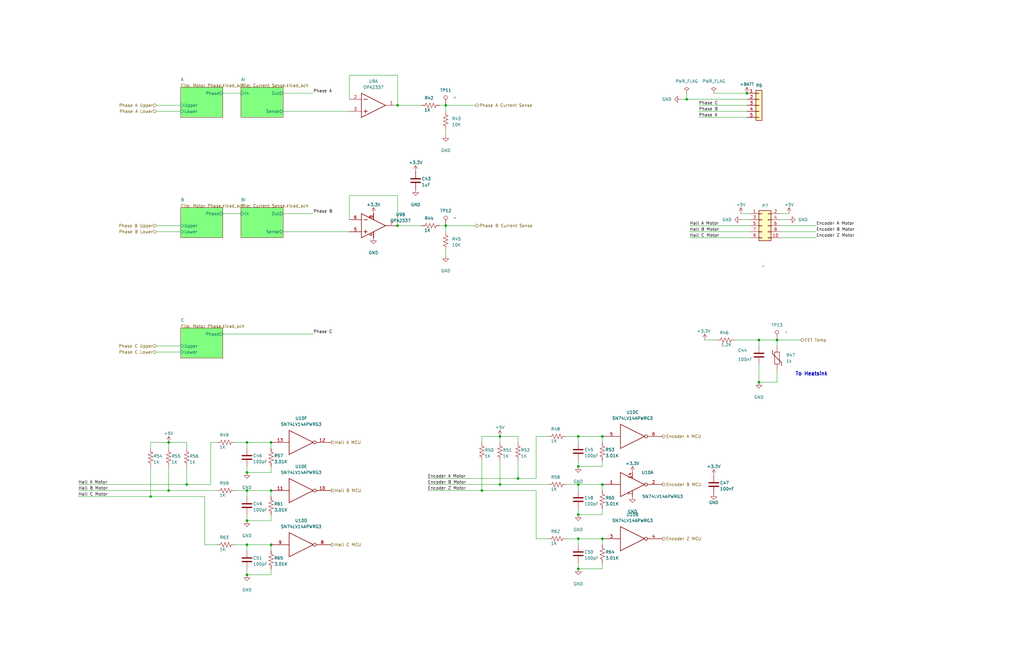
<source format=kicad_sch>
(kicad_sch (version 20231120) (generator "eeschema") (generator_version "8.0")
  (paper "B")
  (title_block (title "Advanced Motor Controller") (company "Electro Synthetics"))
  (lib_symbols
    (symbol "Connector:TestPoint" (pin_numbers hide) (pin_names (offset 0.762) hide)
      (property "Reference" "TP" (at 0 6.858 0))
      (property "Value" "TestPoint" (at 0 5.08 0))
      (symbol "TestPoint_0_1"
        (circle (center 0 3.302) (radius 0.762))
      )
      (symbol "TestPoint_1_1"
        (pin passive line (at 0 0 90) (length 2.54) (name "1") (number "1"))
      )
    )
    (symbol "Connector_Generic:Conn_01x05" (pin_names (offset 1.016) hide)
      (property "Reference" "J" (at 0 7.62 0))
      (property "Value" "Conn_01x05" (at 0 -7.62 0))
      (symbol "Conn_01x05_1_1"
        (rectangle (start -1.27 -4.953) (end 0 -5.207) (stroke (width 0.1524)))
        (rectangle (start -1.27 -2.413) (end 0 -2.667) (stroke (width 0.1524)))
        (rectangle (start -1.27 0.127) (end 0 -0.127) (stroke (width 0.1524)))
        (rectangle (start -1.27 2.667) (end 0 2.413) (stroke (width 0.1524)))
        (rectangle (start -1.27 5.207) (end 0 4.953) (stroke (width 0.1524)))
        (rectangle (start -1.27 6.35) (end 1.27 -6.35) (stroke (width 0.254)) (fill (type background)))
        (pin passive line (at -5.08 5.08 0) (length 3.81) (name "Pin_1") (number "1"))
        (pin passive line (at -5.08 2.54 0) (length 3.81) (name "Pin_2") (number "2"))
        (pin passive line (at -5.08 0 0) (length 3.81) (name "Pin_3") (number "3"))
        (pin passive line (at -5.08 -2.54 0) (length 3.81) (name "Pin_4") (number "4"))
        (pin passive line (at -5.08 -5.08 0) (length 3.81) (name "Pin_5") (number "5"))
      )
    )
    (symbol "Connector_Generic:Conn_02x05_Odd_Even" (pin_names (offset 1.016) hide)
      (property "Reference" "J" (at 1.27 7.62 0))
      (property "Value" "Conn_02x05_Odd_Even" (at 1.27 -7.62 0))
      (symbol "Conn_02x05_Odd_Even_1_1"
        (rectangle (start -1.27 -4.953) (end 0 -5.207) (stroke (width 0.1524)))
        (rectangle (start -1.27 -2.413) (end 0 -2.667) (stroke (width 0.1524)))
        (rectangle (start -1.27 0.127) (end 0 -0.127) (stroke (width 0.1524)))
        (rectangle (start -1.27 2.667) (end 0 2.413) (stroke (width 0.1524)))
        (rectangle (start -1.27 5.207) (end 0 4.953) (stroke (width 0.1524)))
        (rectangle (start -1.27 6.35) (end 3.81 -6.35) (stroke (width 0.254)) (fill (type background)))
        (rectangle (start 3.81 -4.953) (end 2.54 -5.207) (stroke (width 0.1524)))
        (rectangle (start 3.81 -2.413) (end 2.54 -2.667) (stroke (width 0.1524)))
        (rectangle (start 3.81 0.127) (end 2.54 -0.127) (stroke (width 0.1524)))
        (rectangle (start 3.81 2.667) (end 2.54 2.413) (stroke (width 0.1524)))
        (rectangle (start 3.81 5.207) (end 2.54 4.953) (stroke (width 0.1524)))
        (pin passive line (at -5.08 5.08 0) (length 3.81) (name "Pin_1") (number "1"))
        (pin passive line (at 7.62 -5.08 180) (length 3.81) (name "Pin_10") (number "10"))
        (pin passive line (at 7.62 5.08 180) (length 3.81) (name "Pin_2") (number "2"))
        (pin passive line (at -5.08 2.54 0) (length 3.81) (name "Pin_3") (number "3"))
        (pin passive line (at 7.62 2.54 180) (length 3.81) (name "Pin_4") (number "4"))
        (pin passive line (at -5.08 0 0) (length 3.81) (name "Pin_5") (number "5"))
        (pin passive line (at 7.62 0 180) (length 3.81) (name "Pin_6") (number "6"))
        (pin passive line (at -5.08 -2.54 0) (length 3.81) (name "Pin_7") (number "7"))
        (pin passive line (at 7.62 -2.54 180) (length 3.81) (name "Pin_8") (number "8"))
        (pin passive line (at -5.08 -5.08 0) (length 3.81) (name "Pin_9") (number "9"))
      )
    )
    (symbol "Device:C" (pin_numbers hide) (pin_names (offset 0.254))
      (property "Reference" "C" (at 0.635 2.54 0))
      (property "Value" "C" (at 0.635 -2.54 0))
      (symbol "C_0_1"
        (polyline (pts (xy -2.032 -0.762) (xy 2.032 -0.762)) (stroke (width 0.508)))
        (polyline (pts (xy -2.032 0.762) (xy 2.032 0.762)) (stroke (width 0.508)))
      )
      (symbol "C_1_1"
        (pin passive line (at 0 3.81 270) (length 2.794) (name "~") (number "1"))
        (pin passive line (at 0 -3.81 90) (length 2.794) (name "~") (number "2"))
      )
    )
    (symbol "Device:R_US" (pin_numbers hide) (pin_names (offset 0))
      (property "Reference" "R" (at 2.54 0 90))
      (property "Value" "R_US" (at -2.54 0 90))
      (symbol "R_US_0_1"
        (polyline (pts (xy 0 -2.286) (xy 0 -2.54)))
        (polyline (pts (xy 0 2.286) (xy 0 2.54)))
        (polyline (pts (xy 0 -0.762) (xy 1.016 -1.143) (xy 0 -1.524) (xy -1.016 -1.905) (xy 0 -2.286)))
        (polyline (pts (xy 0 0.762) (xy 1.016 0.381) (xy 0 0) (xy -1.016 -0.381) (xy 0 -0.762)))
        (polyline (pts (xy 0 2.286) (xy 1.016 1.905) (xy 0 1.524) (xy -1.016 1.143) (xy 0 0.762)))
      )
      (symbol "R_US_1_1"
        (pin passive line (at 0 3.81 270) (length 1.27) (name "~") (number "1"))
        (pin passive line (at 0 -3.81 90) (length 1.27) (name "~") (number "2"))
      )
    )
    (symbol "Device:Thermistor" (pin_numbers hide) (pin_names (offset 0))
      (property "Reference" "TH" (at 2.54 1.27 90))
      (property "Value" "Thermistor" (at -2.54 0 90))
      (symbol "Thermistor_0_1"
        (rectangle (start -1.016 2.54) (end 1.016 -2.54) (stroke (width 0.2032)))
        (polyline (pts (xy -1.905 3.175) (xy -1.905 1.905) (xy 1.905 -1.905) (xy 1.905 -3.175) (xy 1.905 -3.175)) (stroke (width 0.254)))
      )
      (symbol "Thermistor_1_1"
        (pin passive line (at 0 5.08 270) (length 2.54) (name "~") (number "1"))
        (pin passive line (at 0 -5.08 90) (length 2.54) (name "~") (number "2"))
      )
    )
    (symbol "User_Misc:OPA2337"
      (property "Reference" "U" (at -0.254 0.254 0))
      (property "Value" "OPA2337" (at -0.254 -12.954 0))
      (symbol "OPA2337_1_0"
        (polyline (pts (xy 0 -10.16) (xy 10.16 -5.08)) (stroke (width 0.254)))
        (polyline (pts (xy 0 0) (xy 0 -10.16)) (stroke (width 0.254)))
        (polyline (pts (xy 0 0) (xy 10.16 -5.08)) (stroke (width 0.254)))
        (polyline (pts (xy 1.016 -7.62) (xy 2.54 -7.62)) (stroke (width 0.254)))
        (polyline (pts (xy 1.016 -2.54) (xy 2.54 -2.54)) (stroke (width 0.254)))
        (polyline (pts (xy 1.778 -6.858) (xy 1.778 -8.382)) (stroke (width 0.254)))
        (pin output line (at 15.24 -5.08 180) (length 5.08) (name "OUT_A") (number "1"))
        (pin input line (at -5.08 -2.54 0) (length 5.08) (name "IN_A-") (number "2"))
        (pin input line (at -5.08 -7.62 0) (length 5.08) (name "IN_A+") (number "3"))
      )
      (symbol "OPA2337_2_0"
        (polyline (pts (xy 0 -10.16) (xy 10.16 -5.08)) (stroke (width 0.254)))
        (polyline (pts (xy 0 0) (xy 0 -10.16)) (stroke (width 0.254)))
        (polyline (pts (xy 0 0) (xy 10.16 -5.08)) (stroke (width 0.254)))
        (polyline (pts (xy 1.016 -7.62) (xy 2.54 -7.62)) (stroke (width 0.254)))
        (polyline (pts (xy 1.016 -2.54) (xy 2.54 -2.54)) (stroke (width 0.254)))
        (polyline (pts (xy 1.778 -6.858) (xy 1.778 -8.382)) (stroke (width 0.254)))
        (polyline (pts (xy 5.08 -7.62) (xy 5.08 -10.16)) (stroke (width 0.254)))
        (polyline (pts (xy 5.08 0) (xy 5.08 -2.54)) (stroke (width 0.254)))
        (pin passive line (at 5.08 -10.16 90) (length 2.54) (name "4") (number "4"))
        (pin input line (at -5.08 -7.62 0) (length 5.08) (name "IN_B+") (number "5"))
        (pin input line (at -5.08 -2.54 0) (length 5.08) (name "IN_B-") (number "6"))
        (pin output line (at 15.24 -5.08 180) (length 5.08) (name "OUT_B") (number "7"))
        (pin passive line (at 5.08 0 270) (length 2.54) (name "8") (number "8"))
      )
    )
    (symbol "User_Misc:SN74LV14APWRG3"
      (property "Reference" "U" (at -0.254 0.254 0))
      (property "Value" "SN74LV14APWRG3" (at -0.254 -12.192 0))
      (symbol "SN74LV14APWRG3_1_0"
        (polyline (pts (xy 0 -10.16) (xy 0 0)) (stroke (width 0.254)))
        (polyline (pts (xy 0 0) (xy 10.16 -5.08)) (stroke (width 0.254)))
        (polyline (pts (xy 10.16 -5.08) (xy 0 -10.16)) (stroke (width 0.254)))
        (pin input line (at -7.62 -5.08 0) (length 7.62) (name "I") (number "1"))
        (pin passive line (at 5.08 0 270) (length 2.54) (name "VCC") (number "14"))
        (pin output inverted (at 17.78 -5.08 180) (length 7.62) (name "O") (number "2"))
        (pin passive line (at 5.08 -10.16 90) (length 2.54) (name "GND") (number "7"))
      )
      (symbol "SN74LV14APWRG3_2_0"
        (polyline (pts (xy 0 -10.16) (xy 0 0)) (stroke (width 0.254)))
        (polyline (pts (xy 0 0) (xy 10.16 -5.08)) (stroke (width 0.254)))
        (polyline (pts (xy 10.16 -5.08) (xy 0 -10.16)) (stroke (width 0.254)))
        (pin input line (at -7.62 -5.08 0) (length 7.62) (name "I") (number "3"))
        (pin output inverted (at 17.78 -5.08 180) (length 7.62) (name "O") (number "4"))
      )
      (symbol "SN74LV14APWRG3_3_0"
        (polyline (pts (xy 0 -10.16) (xy 0 0)) (stroke (width 0.254)))
        (polyline (pts (xy 0 0) (xy 10.16 -5.08)) (stroke (width 0.254)))
        (polyline (pts (xy 10.16 -5.08) (xy 0 -10.16)) (stroke (width 0.254)))
        (pin input line (at -7.62 -5.08 0) (length 7.62) (name "I") (number "5"))
        (pin output inverted (at 17.78 -5.08 180) (length 7.62) (name "O") (number "6"))
      )
      (symbol "SN74LV14APWRG3_4_0"
        (polyline (pts (xy 0 -10.16) (xy 0 0)) (stroke (width 0.254)))
        (polyline (pts (xy 0 0) (xy 10.16 -5.08)) (stroke (width 0.254)))
        (polyline (pts (xy 10.16 -5.08) (xy 0 -10.16)) (stroke (width 0.254)))
        (pin output inverted (at 17.78 -5.08 180) (length 7.62) (name "O") (number "8"))
        (pin input line (at -7.62 -5.08 0) (length 7.62) (name "I") (number "9"))
      )
      (symbol "SN74LV14APWRG3_5_0"
        (polyline (pts (xy 0 -10.16) (xy 0 0)) (stroke (width 0.254)))
        (polyline (pts (xy 0 0) (xy 10.16 -5.08)) (stroke (width 0.254)))
        (polyline (pts (xy 10.16 -5.08) (xy 0 -10.16)) (stroke (width 0.254)))
        (pin output inverted (at 17.78 -5.08 180) (length 7.62) (name "O") (number "10"))
        (pin input line (at -7.62 -5.08 0) (length 7.62) (name "I") (number "11"))
      )
      (symbol "SN74LV14APWRG3_6_0"
        (polyline (pts (xy 0 -10.16) (xy 0 0)) (stroke (width 0.254)))
        (polyline (pts (xy 0 0) (xy 10.16 -5.08)) (stroke (width 0.254)))
        (polyline (pts (xy 10.16 -5.08) (xy 0 -10.16)) (stroke (width 0.254)))
        (pin output inverted (at 17.78 -5.08 180) (length 7.62) (name "O") (number "12"))
        (pin input line (at -7.62 -5.08 0) (length 7.62) (name "I") (number "13"))
      )
    )
    (symbol "power:+3.3V" (power) (pin_names (offset 0))
      (property "Value" "+3.3V" (at 0 3.556 0))
      (symbol "+3.3V_0_1"
        (polyline (pts (xy -0.762 1.27) (xy 0 2.54)))
        (polyline (pts (xy 0 0) (xy 0 2.54)))
        (polyline (pts (xy 0 2.54) (xy 0.762 1.27)))
      )
      (symbol "+3.3V_1_1"
        (pin power_in line (at 0 0 90) (length 0) hide (name "+3.3V") (number "1"))
      )
    )
    (symbol "power:+5V" (power) (pin_names (offset 0))
      (property "Value" "+5V" (at 0 3.556 0))
      (symbol "+5V_0_1"
        (polyline (pts (xy -0.762 1.27) (xy 0 2.54)))
        (polyline (pts (xy 0 0) (xy 0 2.54)))
        (polyline (pts (xy 0 2.54) (xy 0.762 1.27)))
      )
      (symbol "+5V_1_1"
        (pin power_in line (at 0 0 90) (length 0) hide (name "+5V") (number "1"))
      )
    )
    (symbol "power:+BATT" (power) (pin_names (offset 0))
      (property "Value" "+BATT" (at 0 3.556 0))
      (symbol "+BATT_0_1"
        (polyline (pts (xy -0.762 1.27) (xy 0 2.54)))
        (polyline (pts (xy 0 0) (xy 0 2.54)))
        (polyline (pts (xy 0 2.54) (xy 0.762 1.27)))
      )
      (symbol "+BATT_1_1"
        (pin power_in line (at 0 0 90) (length 0) hide (name "+BATT") (number "1"))
      )
    )
    (symbol "power:GND" (power) (pin_names (offset 0))
      (property "Value" "GND" (at 0 -3.81 0))
      (symbol "GND_0_1"
        (polyline (pts (xy 0 0) (xy 0 -1.27) (xy 1.27 -1.27) (xy 0 -2.54) (xy -1.27 -1.27) (xy 0 -1.27)))
      )
      (symbol "GND_1_1"
        (pin power_in line (at 0 0 270) (length 0) hide (name "GND") (number "1"))
      )
    )
    (symbol "power:PWR_FLAG" (power) (pin_numbers hide) (pin_names (offset 0) hide)
      (property "Value" "PWR_FLAG" (at 0 3.81 0))
      (symbol "PWR_FLAG_0_0"
        (pin power_out line (at 0 0 90) (length 0) (name "pwr") (number "1"))
      )
      (symbol "PWR_FLAG_0_1"
        (polyline (pts (xy 0 0) (xy 0 1.27) (xy -1.016 1.905) (xy 0 2.54) (xy 1.016 1.905) (xy 0 1.27)))
      )
    )
  )
  (junction (at 243.84 240.03))
  (junction (at 78.74 204.47))
  (junction (at 104.14 229.87))
  (junction (at 203.2 207.01))
  (junction (at 289.56 41.91))
  (junction (at 243.84 196.85))
  (junction (at 114.3 229.87))
  (junction (at 218.44 201.93))
  (junction (at 63.5 209.55))
  (junction (at 114.3 207.01))
  (junction (at 210.82 204.47))
  (junction (at 254 227.33))
  (junction (at 167.64 95.25))
  (junction (at 243.84 204.47))
  (junction (at 114.3 186.69))
  (junction (at 104.14 207.01))
  (junction (at 320.04 143.51))
  (junction (at 71.12 186.69))
  (junction (at 104.14 199.39))
  (junction (at 187.96 44.45))
  (junction (at 167.64 44.45))
  (junction (at 314.96 39.37))
  (junction (at 243.84 227.33))
  (junction (at 243.84 217.17))
  (junction (at 327.66 143.51))
  (junction (at 254 184.15))
  (junction (at 104.14 186.69))
  (junction (at 104.14 242.57))
  (junction (at 254 204.47))
  (junction (at 104.14 219.71))
  (junction (at 71.12 207.01))
  (junction (at 243.84 184.15))
  (junction (at 210.82 184.15))
  (junction (at 320.04 161.29))
  (junction (at 187.96 95.25))
  (wire (pts (xy 312.42 92.71) (xy 316.23 92.71)))
  (wire (pts (xy 187.96 95.25) (xy 200.66 95.25)))
  (wire (pts (xy 147.32 31.75) (xy 147.32 41.91)))
  (wire (pts (xy 210.82 194.31) (xy 210.82 204.47)))
  (wire (pts (xy 243.84 204.47) (xy 243.84 207.01)))
  (wire (pts (xy 187.96 105.41) (xy 187.96 107.95)))
  (wire (pts (xy 226.06 227.33) (xy 231.14 227.33)))
  (wire (pts (xy 33.02 207.01) (xy 71.12 207.01)))
  (wire (pts (xy 167.64 31.75) (xy 167.64 44.45)))
  (wire (pts (xy 104.14 240.03) (xy 104.14 242.57)))
  (wire (pts (xy 238.76 227.33) (xy 243.84 227.33)))
  (wire (pts (xy 167.64 82.55) (xy 167.64 95.25)))
  (wire (pts (xy 289.56 39.37) (xy 289.56 41.91)))
  (wire (pts (xy 294.64 44.45) (xy 314.96 44.45)))
  (wire (pts (xy 327.66 143.51) (xy 327.66 146.05)))
  (wire (pts (xy 243.84 240.03) (xy 254 240.03)))
  (wire (pts (xy 243.84 227.33) (xy 243.84 229.87)))
  (wire (pts (xy 71.12 196.85) (xy 71.12 207.01)))
  (wire (pts (xy 327.66 156.21) (xy 327.66 161.29)))
  (wire (pts (xy 114.3 229.87) (xy 114.3 232.41)))
  (wire (pts (xy 88.9 204.47) (xy 78.74 204.47)))
  (wire (pts (xy 187.96 44.45) (xy 200.66 44.45)))
  (wire (pts (xy 320.04 153.67) (xy 320.04 161.29)))
  (wire (pts (xy 104.14 242.57) (xy 114.3 242.57)))
  (wire (pts (xy 114.3 196.85) (xy 114.3 199.39)))
  (wire (pts (xy 328.93 100.33) (xy 344.17 100.33)))
  (wire (pts (xy 290.83 100.33) (xy 316.23 100.33)))
  (wire (pts (xy 93.98 140.97) (xy 132.08 140.97)))
  (wire (pts (xy 243.84 214.63) (xy 243.84 217.17)))
  (wire (pts (xy 320.04 143.51) (xy 320.04 146.05)))
  (wire (pts (xy 320.04 143.51) (xy 327.66 143.51)))
  (wire (pts (xy 203.2 207.01) (xy 226.06 207.01)))
  (wire (pts (xy 104.14 186.69) (xy 114.3 186.69)))
  (wire (pts (xy 254 194.31) (xy 254 196.85)))
  (wire (pts (xy 243.84 196.85) (xy 254 196.85)))
  (wire (pts (xy 210.82 184.15) (xy 218.44 184.15)))
  (wire (pts (xy 66.04 97.79) (xy 76.2 97.79)))
  (wire (pts (xy 180.34 201.93) (xy 218.44 201.93)))
  (wire (pts (xy 114.3 186.69) (xy 114.3 189.23)))
  (wire (pts (xy 180.34 204.47) (xy 210.82 204.47)))
  (wire (pts (xy 104.14 229.87) (xy 114.3 229.87)))
  (wire (pts (xy 226.06 207.01) (xy 226.06 227.33)))
  (wire (pts (xy 99.06 186.69) (xy 104.14 186.69)))
  (wire (pts (xy 33.02 204.47) (xy 78.74 204.47)))
  (wire (pts (xy 254 227.33) (xy 254 229.87)))
  (wire (pts (xy 238.76 204.47) (xy 243.84 204.47)))
  (wire (pts (xy 243.84 217.17) (xy 254 217.17)))
  (wire (pts (xy 203.2 184.15) (xy 203.2 186.69)))
  (wire (pts (xy 119.38 90.17) (xy 132.08 90.17)))
  (wire (pts (xy 185.42 95.25) (xy 187.96 95.25)))
  (wire (pts (xy 33.02 209.55) (xy 63.5 209.55)))
  (wire (pts (xy 63.5 186.69) (xy 63.5 189.23)))
  (wire (pts (xy 254 214.63) (xy 254 217.17)))
  (wire (pts (xy 328.93 95.25) (xy 344.17 95.25)))
  (wire (pts (xy 63.5 186.69) (xy 71.12 186.69)))
  (wire (pts (xy 147.32 31.75) (xy 167.64 31.75)))
  (wire (pts (xy 78.74 186.69) (xy 78.74 189.23)))
  (wire (pts (xy 328.93 90.17) (xy 332.74 90.17)))
  (wire (pts (xy 104.14 229.87) (xy 104.14 232.41)))
  (wire (pts (xy 66.04 44.45) (xy 76.2 44.45)))
  (wire (pts (xy 93.98 39.37) (xy 101.6 39.37)))
  (wire (pts (xy 71.12 186.69) (xy 78.74 186.69)))
  (wire (pts (xy 290.83 95.25) (xy 316.23 95.25)))
  (wire (pts (xy 86.36 229.87) (xy 91.44 229.87)))
  (wire (pts (xy 294.64 49.53) (xy 314.96 49.53)))
  (wire (pts (xy 114.3 240.03) (xy 114.3 242.57)))
  (wire (pts (xy 243.84 184.15) (xy 243.84 186.69)))
  (wire (pts (xy 104.14 196.85) (xy 104.14 199.39)))
  (wire (pts (xy 114.3 217.17) (xy 114.3 219.71)))
  (wire (pts (xy 294.64 46.99) (xy 314.96 46.99)))
  (wire (pts (xy 180.34 207.01) (xy 203.2 207.01)))
  (wire (pts (xy 210.82 204.47) (xy 231.14 204.47)))
  (wire (pts (xy 218.44 201.93) (xy 226.06 201.93)))
  (wire (pts (xy 254 184.15) (xy 254 186.69)))
  (wire (pts (xy 187.96 54.61) (xy 187.96 57.15)))
  (wire (pts (xy 167.64 44.45) (xy 177.8 44.45)))
  (wire (pts (xy 297.18 143.51) (xy 302.26 143.51)))
  (wire (pts (xy 290.83 97.79) (xy 316.23 97.79)))
  (wire (pts (xy 226.06 184.15) (xy 231.14 184.15)))
  (wire (pts (xy 104.14 199.39) (xy 114.3 199.39)))
  (wire (pts (xy 218.44 194.31) (xy 218.44 201.93)))
  (wire (pts (xy 119.38 97.79) (xy 147.32 97.79)))
  (wire (pts (xy 243.84 184.15) (xy 254 184.15)))
  (wire (pts (xy 187.96 95.25) (xy 187.96 97.79)))
  (wire (pts (xy 309.88 143.51) (xy 320.04 143.51)))
  (wire (pts (xy 104.14 207.01) (xy 104.14 209.55)))
  (wire (pts (xy 63.5 196.85) (xy 63.5 209.55)))
  (wire (pts (xy 66.04 46.99) (xy 76.2 46.99)))
  (wire (pts (xy 254 237.49) (xy 254 240.03)))
  (wire (pts (xy 243.84 227.33) (xy 254 227.33)))
  (wire (pts (xy 99.06 229.87) (xy 104.14 229.87)))
  (wire (pts (xy 203.2 184.15) (xy 210.82 184.15)))
  (wire (pts (xy 86.36 209.55) (xy 86.36 229.87)))
  (wire (pts (xy 99.06 207.01) (xy 104.14 207.01)))
  (wire (pts (xy 187.96 44.45) (xy 187.96 46.99)))
  (wire (pts (xy 203.2 194.31) (xy 203.2 207.01)))
  (wire (pts (xy 185.42 44.45) (xy 187.96 44.45)))
  (wire (pts (xy 312.42 90.17) (xy 316.23 90.17)))
  (wire (pts (xy 254 204.47) (xy 254 207.01)))
  (wire (pts (xy 300.99 39.37) (xy 314.96 39.37)))
  (wire (pts (xy 328.93 97.79) (xy 344.17 97.79)))
  (wire (pts (xy 104.14 207.01) (xy 114.3 207.01)))
  (wire (pts (xy 71.12 186.69) (xy 71.12 189.23)))
  (wire (pts (xy 88.9 186.69) (xy 91.44 186.69)))
  (wire (pts (xy 104.14 219.71) (xy 114.3 219.71)))
  (wire (pts (xy 147.32 82.55) (xy 167.64 82.55)))
  (wire (pts (xy 328.93 92.71) (xy 332.74 92.71)))
  (wire (pts (xy 63.5 209.55) (xy 86.36 209.55)))
  (wire (pts (xy 104.14 186.69) (xy 104.14 189.23)))
  (wire (pts (xy 93.98 90.17) (xy 101.6 90.17)))
  (wire (pts (xy 66.04 95.25) (xy 76.2 95.25)))
  (wire (pts (xy 119.38 39.37) (xy 132.08 39.37)))
  (wire (pts (xy 243.84 204.47) (xy 254 204.47)))
  (wire (pts (xy 104.14 217.17) (xy 104.14 219.71)))
  (wire (pts (xy 167.64 95.25) (xy 177.8 95.25)))
  (wire (pts (xy 238.76 184.15) (xy 243.84 184.15)))
  (wire (pts (xy 114.3 207.01) (xy 114.3 209.55)))
  (wire (pts (xy 210.82 184.15) (xy 210.82 186.69)))
  (wire (pts (xy 289.56 41.91) (xy 314.96 41.91)))
  (wire (pts (xy 71.12 207.01) (xy 91.44 207.01)))
  (wire (pts (xy 119.38 46.99) (xy 147.32 46.99)))
  (wire (pts (xy 88.9 186.69) (xy 88.9 204.47)))
  (wire (pts (xy 287.02 41.91) (xy 289.56 41.91)))
  (wire (pts (xy 243.84 194.31) (xy 243.84 196.85)))
  (wire (pts (xy 243.84 237.49) (xy 243.84 240.03)))
  (wire (pts (xy 66.04 146.05) (xy 76.2 146.05)))
  (wire (pts (xy 327.66 143.51) (xy 337.82 143.51)))
  (wire (pts (xy 226.06 184.15) (xy 226.06 201.93)))
  (wire (pts (xy 78.74 196.85) (xy 78.74 204.47)))
  (wire (pts (xy 66.04 148.59) (xy 76.2 148.59)))
  (wire (pts (xy 147.32 82.55) (xy 147.32 92.71)))
  (wire (pts (xy 218.44 184.15) (xy 218.44 186.69)))
  (wire (pts (xy 320.04 161.29) (xy 327.66 161.29)))
  (text "To Heatsink" (at 335.28 158.75 0) (effects (font (size 1.524 1.524) (bold yes)) (justify left bottom)))
  (label "Phase C" (at 294.64 44.45 0))
  (label "Hall A Motor" (at 290.83 95.25 0))
  (label "Phase C" (at 132.08 140.97 0))
  (label "Hall C Motor" (at 33.02 209.55 0))
  (label "Phase A" (at 132.08 39.37 0))
  (label "Encoder Z Motor" (at 344.17 100.33 0))
  (label "Encoder B Motor" (at 344.17 97.79 0))
  (label "Phase B" (at 294.64 46.99 0))
  (label "Hall B Motor" (at 290.83 97.79 0))
  (label "Hall B Motor" (at 33.02 207.01 0))
  (label "Phase B" (at 132.08 90.17 0))
  (label "Hall C Motor" (at 290.83 100.33 0))
  (label "Encoder A Motor" (at 180.34 201.93 0))
  (label "Phase A" (at 294.64 49.53 0))
  (label "Encoder Z Motor" (at 180.34 207.01 0))
  (label "Encoder A Motor" (at 344.17 95.25 0))
  (label "Encoder B Motor" (at 180.34 204.47 0))
  (label "Hall A Motor" (at 33.02 204.47 0))
  (hierarchical_label "Encoder B MCU" (shape output) (at 279.4 204.47 0))
  (hierarchical_label "Phase A Current Sense" (shape output) (at 200.66 44.45 0))
  (hierarchical_label "Hall C MCU" (shape output) (at 139.7 229.87 0))
  (hierarchical_label "Hall B MCU" (shape output) (at 139.7 207.01 0))
  (hierarchical_label "Phase B Upper" (shape input) (at 66.04 95.25 180))
  (hierarchical_label "Hall A MCU" (shape output) (at 139.7 186.69 0))
  (hierarchical_label "Phase C Lower" (shape input) (at 66.04 148.59 180))
  (hierarchical_label "Phase B Current Sense" (shape output) (at 200.66 95.25 0))
  (hierarchical_label "FET Temp" (shape output) (at 337.82 143.51 0))
  (hierarchical_label "Phase C Upper" (shape input) (at 66.04 146.05 180))
  (hierarchical_label "Phase A Lower" (shape input) (at 66.04 46.99 180))
  (hierarchical_label "Encoder A MCU" (shape output) (at 279.4 184.15 0))
  (hierarchical_label "Phase B Lower" (shape input) (at 66.04 97.79 180))
  (hierarchical_label "Encoder Z MCU" (shape output) (at 279.4 227.33 0))
  (hierarchical_label "Phase A Upper" (shape input) (at 66.04 44.45 180))
  (symbol (lib_id "Device:R_US") (at 234.95 204.47 90) (unit 1)
    (property "Reference" "R58" (at 236.22 200.66 90) (effects (justify left bottom)))
    (property "Value" "1K" (at 234.95 205.74 90) (effects (justify left bottom)))
    (property "Footprint" "Resistor_SMD:R_0603_1608Metric" (effects (hide yes)))
    (property "Manufacturer" "Susumu" (effects (hide yes)))
    (property "Manufacturer Part Number" "RR0816P-102-D" (effects (hide yes)))
    (property "Supplier 1" "Digi-Key" (effects (hide yes)))
    (property "Supplier Part Number 1" "RR08P1.0KDDKR-ND" (effects (hide yes)))
  )
  (symbol (lib_id "Device:R_US") (at 218.44 190.5 180) (unit 1)
    (property "Reference" "R52" (at 223.52 189.23 0) (effects (justify left bottom)))
    (property "Value" "1K" (at 222.25 191.77 0) (effects (justify left bottom)))
    (property "Footprint" "Resistor_SMD:R_0603_1608Metric" (effects (hide yes)))
    (property "Manufacturer" "Susumu" (effects (hide yes)))
    (property "Manufacturer Part Number" "RR0816P-102-D" (effects (hide yes)))
    (property "Supplier 1" "Digi-Key" (effects (hide yes)))
    (property "Supplier Part Number 1" "RR08P1.0KDDKR-ND" (effects (hide yes)))
  )
  (symbol (lib_id "User_Misc:OPA2337") (at 152.4 90.17 0) (unit 2)
    (property "Reference" "U9" (at 168.91 90.551 0))
    (property "Value" "OPA2337" (at 168.91 93.091 0))
    (property "Footprint" "Package_TO_SOT_SMD:SOT-23-8" (effects (hide yes)))
    (property "Datasheet" "https://www.ti.com/lit/ds/sbos077b/sbos077b.pdf" (effects (hide yes)))
    (property "Manufacturer" "Texas Instruments" (effects (hide yes)))
    (property "Manufacturer Part Number" "OPA2337EA/3K" (effects (hide yes)))
    (property "Supplier 1" "Digi-Key" (effects (hide yes)))
    (property "Supplier Part Number 1" "296-26252-1-ND" (effects (hide yes)))
  )
  (symbol (lib_id "Device:R_US") (at 254 210.82 0) (unit 1)
    (property "Reference" "R60" (at 255.27 210.82 0) (effects (justify left bottom)))
    (property "Value" "3.01K" (at 255.27 213.36 0) (effects (justify left bottom)))
    (property "Footprint" "Resistor_SMD:R_0603_1608Metric" (effects (hide yes)))
    (property "Manufacturer" "Yageo" (effects (hide yes)))
    (property "Manufacturer Part Number" "RC0603FR-073K01L" (effects (hide yes)))
    (property "Supplier 1" "Digi-Key" (effects (hide yes)))
    (property "Supplier Part Number 1" "311-3.01KHRCT-ND" (effects (hide yes)))
  )
  (symbol (lib_id "User_Misc:SN74LV14APWRG3") (at 261.62 179.07 0) (unit 3)
    (property "Reference" "U10" (at 266.7 173.99 0))
    (property "Value" "SN74LV14APWRG3" (at 266.7 176.53 0))
    (property "Footprint" "Package_SO:TSSOP-14_4.4x5mm_P0.65mm" (effects (hide yes)))
    (property "Datasheet" "https://www.ti.com/lit/ds/symlink/sn74lv14a.pdf?HQS=dis-dk-null-digikeymode-dsf-pf-null-wwe&ts=1672888023522&ref_url=https%253A%252F%252Fwww.icqqg.com%252F" (effects (hide yes)))
    (property "Manufacturer" "Texas Instruments" (effects (hide yes)))
    (property "Manufacturer Part Number" "SN74LV14APWRG3" (effects (hide yes)))
    (property "Supplier 1" "Digi-Key" (effects (hide yes)))
    (property "Supplier Part Number 1" "296-SN74LV14APWRG3CT-ND" (effects (hide yes)))
  )
  (symbol (lib_id "power:+3.3V") (at 266.7 199.39 0) (unit 1)
    (property "Reference" "#PWR0167" (effects (hide yes)))
    (property "Value" "+3.3V" (at 266.7 195.58 0))
  )
  (symbol (lib_id "power:+3.3V") (at 300.99 200.66 0) (unit 1)
    (property "Reference" "#PWR0165" (effects (hide yes)))
    (property "Value" "+3.3V" (at 300.99 196.85 0))
  )
  (symbol (lib_id "power:GND") (at 243.84 240.03 0) (unit 1)
    (property "Reference" "#PWR0177" (effects (hide yes)))
    (property "Value" "GND" (at 243.84 246.38 0))
  )
  (symbol (lib_id "power:+3.3V") (at 297.18 143.51 0) (unit 1)
    (property "Reference" "#PWR0166" (effects (hide yes)))
    (property "Value" "+3.3V" (at 299.72 139.7 0) (effects (justify right)))
  )
  (symbol (lib_id "power:GND") (at 104.14 199.39 0) (unit 1)
    (property "Reference" "#PWR0181" (effects (hide yes)))
    (property "Value" "GND" (at 104.14 205.74 0))
  )
  (symbol (lib_id "power:+3.3V") (at 157.48 90.17 0) (unit 1)
    (property "Reference" "#PWR0169" (effects (hide yes)))
    (property "Value" "+3.3V" (at 157.48 86.36 0))
  )
  (symbol (lib_id "power:GND") (at 243.84 217.17 0) (unit 1)
    (property "Reference" "#PWR0175" (effects (hide yes)))
    (property "Value" "GND" (at 243.84 223.52 0))
  )
  (symbol (lib_id "Connector:TestPoint") (at 187.96 95.25 0) (unit 1)
    (property "Reference" "TP12" (at 187.96 88.9 0))
    (property "Value" "~" (at 191.77 91.948 90))
    (property "Footprint" "User_Misc:TestPoint" (effects (hide yes)))
    (property "Datasheet" "https://www.keyelco.com/userAssets/file/M65p56.pdf" (effects (hide yes)))
    (property "Manufacturer" "Keystone Electronics" (effects (hide yes)))
    (property "Manufacturer Part Number" "5003" (effects (hide yes)))
    (property "Supplier 1" "Digi-Key" (effects (hide yes)))
    (property "Supplier Part Number 1" "36-5003-ND" (effects (hide yes)))
  )
  (symbol (lib_id "Device:R_US") (at 203.2 190.5 180) (unit 1)
    (property "Reference" "R50" (at 208.28 189.23 0) (effects (justify left bottom)))
    (property "Value" "1K" (at 207.01 191.77 0) (effects (justify left bottom)))
    (property "Footprint" "Resistor_SMD:R_0603_1608Metric" (effects (hide yes)))
    (property "Manufacturer" "Susumu" (effects (hide yes)))
    (property "Manufacturer Part Number" "RR0816P-102-D" (effects (hide yes)))
    (property "Supplier 1" "Digi-Key" (effects (hide yes)))
    (property "Supplier Part Number 1" "RR08P1.0KDDKR-ND" (effects (hide yes)))
  )
  (symbol (lib_id "Device:R_US") (at 78.74 193.04 180) (unit 1)
    (property "Reference" "R56" (at 83.82 191.77 0) (effects (justify left bottom)))
    (property "Value" "1K" (at 82.55 194.31 0) (effects (justify left bottom)))
    (property "Footprint" "Resistor_SMD:R_0603_1608Metric" (effects (hide yes)))
    (property "Manufacturer" "Susumu" (effects (hide yes)))
    (property "Manufacturer Part Number" "RR0816P-102-D" (effects (hide yes)))
    (property "Supplier 1" "Digi-Key" (effects (hide yes)))
    (property "Supplier Part Number 1" "RR08P1.0KDDKR-ND" (effects (hide yes)))
  )
  (symbol (lib_id "User_Misc:SN74LV14APWRG3") (at 121.92 181.61 0) (unit 6)
    (property "Reference" "U10" (at 127 176.53 0))
    (property "Value" "SN74LV14APWRG3" (at 127 179.07 0))
    (property "Footprint" "Package_SO:TSSOP-14_4.4x5mm_P0.65mm" (effects (hide yes)))
    (property "Datasheet" "https://www.ti.com/lit/ds/symlink/sn74lv14a.pdf?HQS=dis-dk-null-digikeymode-dsf-pf-null-wwe&ts=1672888023522&ref_url=https%253A%252F%252Fwww.icqqg.com%252F" (effects (hide yes)))
    (property "Manufacturer" "Texas Instruments" (effects (hide yes)))
    (property "Manufacturer Part Number" "SN74LV14APWRG3" (effects (hide yes)))
    (property "Supplier 1" "Digi-Key" (effects (hide yes)))
    (property "Supplier Part Number 1" "296-SN74LV14APWRG3CT-ND" (effects (hide yes)))
  )
  (symbol (lib_id "power:GND") (at 300.99 208.28 0) (unit 1)
    (property "Reference" "#PWR0164" (effects (hide yes)))
    (property "Value" "GND" (at 300.99 212.09 0))
  )
  (symbol (lib_id "power:GND") (at 175.26 80.01 0) (unit 1)
    (property "Reference" "#PWR0170" (effects (hide yes)))
    (property "Value" "GND" (at 175.26 86.36 0))
  )
  (symbol (lib_id "Device:R_US") (at 254 233.68 0) (unit 1)
    (property "Reference" "R64" (at 255.27 233.68 0) (effects (justify left bottom)))
    (property "Value" "3.01K" (at 255.27 236.22 0) (effects (justify left bottom)))
    (property "Footprint" "Resistor_SMD:R_0603_1608Metric" (effects (hide yes)))
    (property "Manufacturer" "Yageo" (effects (hide yes)))
    (property "Manufacturer Part Number" "RC0603FR-073K01L" (effects (hide yes)))
    (property "Supplier 1" "Digi-Key" (effects (hide yes)))
    (property "Supplier Part Number 1" "311-3.01KHRCT-ND" (effects (hide yes)))
  )
  (symbol (lib_id "power:GND") (at 332.74 92.71 90) (unit 1)
    (property "Reference" "#PWR0185" (effects (hide yes)))
    (property "Value" "GND" (at 336.55 92.71 90) (effects (justify right)))
  )
  (symbol (lib_id "power:GND") (at 266.7 209.55 0) (unit 1)
    (property "Reference" "#PWR0178" (effects (hide yes)))
    (property "Value" "GND" (at 266.7 215.9 0))
  )
  (symbol (lib_id "Device:R_US") (at 181.61 95.25 90) (unit 1)
    (property "Reference" "R44" (at 182.88 91.44 90) (effects (justify left bottom)))
    (property "Value" "1K" (at 181.61 96.52 90) (effects (justify left bottom)))
    (property "Footprint" "Resistor_SMD:R_0603_1608Metric" (effects (hide yes)))
    (property "Manufacturer" "Susumu" (effects (hide yes)))
    (property "Manufacturer Part Number" "RR0816P-102-D" (effects (hide yes)))
    (property "Supplier 1" "Digi-Key" (effects (hide yes)))
    (property "Supplier Part Number 1" "RR08P1.0KDDKR-ND" (effects (hide yes)))
  )
  (symbol (lib_id "User_Misc:OPA2337") (at 152.4 39.37 0) (unit 1)
    (property "Reference" "U9" (at 157.48 34.29 0))
    (property "Value" "OPA2337" (at 157.48 36.83 0))
    (property "Footprint" "Package_TO_SOT_SMD:SOT-23-8" (effects (hide yes)))
    (property "Datasheet" "https://www.ti.com/lit/ds/sbos077b/sbos077b.pdf" (effects (hide yes)))
    (property "Manufacturer" "Texas Instruments" (effects (hide yes)))
    (property "Manufacturer Part Number" "OPA2337EA/3K" (effects (hide yes)))
    (property "Supplier 1" "Digi-Key" (effects (hide yes)))
    (property "Supplier Part Number 1" "296-26252-1-ND" (effects (hide yes)))
  )
  (symbol (lib_id "Device:R_US") (at 234.95 184.15 90) (unit 1)
    (property "Reference" "R48" (at 236.22 180.34 90) (effects (justify left bottom)))
    (property "Value" "1K" (at 234.95 185.42 90) (effects (justify left bottom)))
    (property "Footprint" "Resistor_SMD:R_0603_1608Metric" (effects (hide yes)))
    (property "Manufacturer" "Susumu" (effects (hide yes)))
    (property "Manufacturer Part Number" "RR0816P-102-D" (effects (hide yes)))
    (property "Supplier 1" "Digi-Key" (effects (hide yes)))
    (property "Supplier Part Number 1" "RR08P1.0KDDKR-ND" (effects (hide yes)))
  )
  (symbol (lib_id "Connector_Generic:Conn_02x05_Odd_Even") (at 321.31 95.25 0) (unit 1)
    (property "Reference" "P7" (at 321.31 87.63 0) (effects (justify left bottom)))
    (property "Value" "~" (at 321.31 113.03 0) (effects (justify left bottom)))
    (property "Footprint" "User_Connectors:MOLEX RIGHT ANGLE HDR2X5" (effects (hide yes)))
    (property "Datasheet" "https://www.molex.com/pdm_docs/sd/901303110_sd.pdf" (effects (hide yes)))
    (property "Manufacturer" "Molex" (effects (hide yes)))
    (property "Manufacturer Part Number" "0901303110" (effects (hide yes)))
    (property "Supplier 1" "Digi-Key" (effects (hide yes)))
    (property "Supplier Part Number 1" "WM8263-ND" (effects (hide yes)))
  )
  (symbol (lib_id "Device:R_US") (at 114.3 236.22 0) (unit 1)
    (property "Reference" "R65" (at 115.57 236.22 0) (effects (justify left bottom)))
    (property "Value" "3.01K" (at 115.57 238.76 0) (effects (justify left bottom)))
    (property "Footprint" "Resistor_SMD:R_0603_1608Metric" (effects (hide yes)))
    (property "Manufacturer" "Yageo" (effects (hide yes)))
    (property "Manufacturer Part Number" "RC0603FR-073K01L" (effects (hide yes)))
    (property "Supplier 1" "Digi-Key" (effects (hide yes)))
    (property "Supplier Part Number 1" "311-3.01KHRCT-ND" (effects (hide yes)))
  )
  (symbol (lib_id "Device:R_US") (at 63.5 193.04 180) (unit 1)
    (property "Reference" "R54" (at 68.58 191.77 0) (effects (justify left bottom)))
    (property "Value" "1K" (at 67.31 194.31 0) (effects (justify left bottom)))
    (property "Footprint" "Resistor_SMD:R_0603_1608Metric" (effects (hide yes)))
    (property "Manufacturer" "Susumu" (effects (hide yes)))
    (property "Manufacturer Part Number" "RR0816P-102-D" (effects (hide yes)))
    (property "Supplier 1" "Digi-Key" (effects (hide yes)))
    (property "Supplier Part Number 1" "RR08P1.0KDDKR-ND" (effects (hide yes)))
  )
  (symbol (lib_id "power:GND") (at 320.04 161.29 0) (unit 1)
    (property "Reference" "#PWR0163" (effects (hide yes)))
    (property "Value" "GND" (at 320.04 167.64 0))
  )
  (symbol (lib_id "power:GND") (at 104.14 219.71 0) (unit 1)
    (property "Reference" "#PWR0180" (effects (hide yes)))
    (property "Value" "GND" (at 104.14 226.06 0))
  )
  (symbol (lib_id "power:GND") (at 187.96 57.15 0) (unit 1)
    (property "Reference" "#PWR0172" (effects (hide yes)))
    (property "Value" "GND" (at 187.96 63.5 0))
  )
  (symbol (lib_id "Device:C") (at 300.99 204.47 0) (unit 1)
    (property "Reference" "C47" (at 303.53 204.47 0) (effects (justify left bottom)))
    (property "Value" "100nF" (at 303.53 207.01 0) (effects (justify left bottom)))
    (property "Footprint" "Capacitor_SMD:C_0603_1608Metric" (effects (hide yes)))
    (property "Manufacturer" "AVX Corporation" (effects (hide yes)))
    (property "Manufacturer Part Number" "06035G104ZAT2A" (effects (hide yes)))
    (property "Supplier 1" "Digi-Key" (effects (hide yes)))
    (property "Supplier Part Number 1" "478-3724-1-ND" (effects (hide yes)))
  )
  (symbol (lib_id "User_Misc:SN74LV14APWRG3") (at 121.92 224.79 0) (unit 4)
    (property "Reference" "U10" (at 127 219.71 0))
    (property "Value" "SN74LV14APWRG3" (at 127 222.25 0))
    (property "Footprint" "Package_SO:TSSOP-14_4.4x5mm_P0.65mm" (effects (hide yes)))
    (property "Datasheet" "https://www.ti.com/lit/ds/symlink/sn74lv14a.pdf?HQS=dis-dk-null-digikeymode-dsf-pf-null-wwe&ts=1672888023522&ref_url=https%253A%252F%252Fwww.icqqg.com%252F" (effects (hide yes)))
    (property "Manufacturer" "Texas Instruments" (effects (hide yes)))
    (property "Manufacturer Part Number" "SN74LV14APWRG3" (effects (hide yes)))
    (property "Supplier 1" "Digi-Key" (effects (hide yes)))
    (property "Supplier Part Number 1" "296-SN74LV14APWRG3CT-ND" (effects (hide yes)))
  )
  (symbol (lib_id "Device:R_US") (at 114.3 213.36 0) (unit 1)
    (property "Reference" "R61" (at 115.57 213.36 0) (effects (justify left bottom)))
    (property "Value" "3.01K" (at 115.57 215.9 0) (effects (justify left bottom)))
    (property "Footprint" "Resistor_SMD:R_0603_1608Metric" (effects (hide yes)))
    (property "Manufacturer" "Yageo" (effects (hide yes)))
    (property "Manufacturer Part Number" "RC0603FR-073K01L" (effects (hide yes)))
    (property "Supplier 1" "Digi-Key" (effects (hide yes)))
    (property "Supplier Part Number 1" "311-3.01KHRCT-ND" (effects (hide yes)))
  )
  (symbol (lib_id "power:+5V") (at 210.82 184.15 0) (unit 1)
    (property "Reference" "#PWR0182" (effects (hide yes)))
    (property "Value" "+5V" (at 210.82 180.34 0))
  )
  (symbol (lib_id "Device:R_US") (at 114.3 193.04 0) (unit 1)
    (property "Reference" "R57" (at 115.57 193.04 0) (effects (justify left bottom)))
    (property "Value" "3.01K" (at 115.57 195.58 0) (effects (justify left bottom)))
    (property "Footprint" "Resistor_SMD:R_0603_1608Metric" (effects (hide yes)))
    (property "Manufacturer" "Yageo" (effects (hide yes)))
    (property "Manufacturer Part Number" "RC0603FR-073K01L" (effects (hide yes)))
    (property "Supplier 1" "Digi-Key" (effects (hide yes)))
    (property "Supplier Part Number 1" "311-3.01KHRCT-ND" (effects (hide yes)))
  )
  (symbol (lib_id "power:PWR_FLAG") (at 289.56 39.37 0) (unit 1)
    (property "Reference" "#FLG0106" (effects (hide yes)))
    (property "Value" "PWR_FLAG" (at 289.56 34.29 0))
  )
  (symbol (lib_id "power:+5V") (at 312.42 90.17 0) (unit 1)
    (property "Reference" "#PWR0183" (effects (hide yes)))
    (property "Value" "+5V" (at 312.42 86.36 0))
  )
  (symbol (lib_id "power:GND") (at 104.14 242.57 0) (unit 1)
    (property "Reference" "#PWR0179" (effects (hide yes)))
    (property "Value" "GND" (at 104.14 248.92 0))
  )
  (symbol (lib_id "Device:C") (at 104.14 193.04 0) (unit 1)
    (property "Reference" "C46" (at 106.68 193.04 0) (effects (justify left bottom)))
    (property "Value" "100pF" (at 106.68 195.58 0) (effects (justify left bottom)))
    (property "Footprint" "Capacitor_SMD:C_0603_1608Metric" (effects (hide yes)))
    (property "Manufacturer" "Yageo" (effects (hide yes)))
    (property "Manufacturer Part Number" "CC0603JRNPO9BN101" (effects (hide yes)))
    (property "Supplier 1" "Digi-Key" (effects (hide yes)))
    (property "Supplier Part Number 1" "311-1069-1-ND" (effects (hide yes)))
  )
  (symbol (lib_id "power:+5V") (at 332.74 90.17 0) (unit 1)
    (property "Reference" "#PWR0184" (effects (hide yes)))
    (property "Value" "+5V" (at 332.74 86.36 0))
  )
  (symbol (lib_id "power:+5V") (at 71.12 186.69 0) (unit 1)
    (property "Reference" "#PWR0174" (effects (hide yes)))
    (property "Value" "+5V" (at 71.12 182.88 0))
  )
  (symbol (lib_id "power:GND") (at 157.48 100.33 0) (unit 1)
    (property "Reference" "#PWR0168" (effects (hide yes)))
    (property "Value" "GND" (at 157.48 106.68 0))
  )
  (symbol (lib_id "Device:R_US") (at 181.61 44.45 90) (unit 1)
    (property "Reference" "R42" (at 182.88 40.64 90) (effects (justify left bottom)))
    (property "Value" "1K" (at 181.61 45.72 90) (effects (justify left bottom)))
    (property "Footprint" "Resistor_SMD:R_0603_1608Metric" (effects (hide yes)))
    (property "Manufacturer" "Susumu" (effects (hide yes)))
    (property "Manufacturer Part Number" "RR0816P-102-D" (effects (hide yes)))
    (property "Supplier 1" "Digi-Key" (effects (hide yes)))
    (property "Supplier Part Number 1" "RR08P1.0KDDKR-ND" (effects (hide yes)))
  )
  (symbol (lib_id "Device:R_US") (at 95.25 229.87 90) (unit 1)
    (property "Reference" "R63" (at 96.52 226.06 90) (effects (justify left bottom)))
    (property "Value" "1K" (at 95.25 231.14 90) (effects (justify left bottom)))
    (property "Footprint" "Resistor_SMD:R_0603_1608Metric" (effects (hide yes)))
    (property "Manufacturer" "Susumu" (effects (hide yes)))
    (property "Manufacturer Part Number" "RR0816P-102-D" (effects (hide yes)))
    (property "Supplier 1" "Digi-Key" (effects (hide yes)))
    (property "Supplier Part Number 1" "RR08P1.0KDDKR-ND" (effects (hide yes)))
  )
  (symbol (lib_id "Connector_Generic:Conn_01x05") (at 320.04 44.45 0) (unit 1)
    (property "Reference" "P6" (at 318.77 36.83 0) (effects (justify left bottom)))
    (property "Footprint" "User_Connectors:TERMBLK_200_5" (effects (hide yes)))
    (property "Manufacturer" "TE Connectivity" (effects (hide yes)))
    (property "Manufacturer Part Number" "796638-5" (effects (hide yes)))
    (property "Supplier 1" "Digi-Key" (effects (hide yes)))
    (property "Supplier Part Number 1" "A98238-ND" (effects (hide yes)))
  )
  (symbol (lib_id "User_Misc:SN74LV14APWRG3") (at 261.62 222.25 0) (unit 2)
    (property "Reference" "U10" (at 266.7 217.17 0))
    (property "Value" "SN74LV14APWRG3" (at 266.7 219.71 0))
    (property "Footprint" "Package_SO:TSSOP-14_4.4x5mm_P0.65mm" (effects (hide yes)))
    (property "Datasheet" "https://www.ti.com/lit/ds/symlink/sn74lv14a.pdf?HQS=dis-dk-null-digikeymode-dsf-pf-null-wwe&ts=1672888023522&ref_url=https%253A%252F%252Fwww.icqqg.com%252F" (effects (hide yes)))
    (property "Manufacturer" "Texas Instruments" (effects (hide yes)))
    (property "Manufacturer Part Number" "SN74LV14APWRG3" (effects (hide yes)))
    (property "Supplier 1" "Digi-Key" (effects (hide yes)))
    (property "Supplier Part Number 1" "296-SN74LV14APWRG3CT-ND" (effects (hide yes)))
  )
  (symbol (lib_id "Device:R_US") (at 187.96 101.6 0) (unit 1)
    (property "Reference" "R45" (at 190.5 101.6 0) (effects (justify left bottom)))
    (property "Value" "10K" (at 190.5 104.14 0) (effects (justify left bottom)))
    (property "Footprint" "Resistor_SMD:R_0805_2012Metric" (effects (hide yes)))
    (property "Manufacturer" "Susumu" (effects (hide yes)))
    (property "Manufacturer Part Number" "RR1220P-103-D" (effects (hide yes)))
    (property "Supplier 1" "Digi-Key" (effects (hide yes)))
    (property "Supplier Part Number 1" "RR12P10.0KDCT-ND" (effects (hide yes)))
  )
  (symbol (lib_id "Device:C") (at 104.14 236.22 0) (unit 1)
    (property "Reference" "C51" (at 106.68 236.22 0) (effects (justify left bottom)))
    (property "Value" "100pF" (at 106.68 238.76 0) (effects (justify left bottom)))
    (property "Footprint" "Capacitor_SMD:C_0603_1608Metric" (effects (hide yes)))
    (property "Manufacturer" "Yageo" (effects (hide yes)))
    (property "Manufacturer Part Number" "CC0603JRNPO9BN101" (effects (hide yes)))
    (property "Supplier 1" "Digi-Key" (effects (hide yes)))
    (property "Supplier Part Number 1" "311-1069-1-ND" (effects (hide yes)))
  )
  (symbol (lib_id "User_Misc:SN74LV14APWRG3") (at 121.92 201.93 0) (unit 5)
    (property "Reference" "U10" (at 127 196.85 0))
    (property "Value" "SN74LV14APWRG3" (at 127 199.39 0))
    (property "Footprint" "Package_SO:TSSOP-14_4.4x5mm_P0.65mm" (effects (hide yes)))
    (property "Datasheet" "https://www.ti.com/lit/ds/symlink/sn74lv14a.pdf?HQS=dis-dk-null-digikeymode-dsf-pf-null-wwe&ts=1672888023522&ref_url=https%253A%252F%252Fwww.icqqg.com%252F" (effects (hide yes)))
    (property "Manufacturer" "Texas Instruments" (effects (hide yes)))
    (property "Manufacturer Part Number" "SN74LV14APWRG3" (effects (hide yes)))
    (property "Supplier 1" "Digi-Key" (effects (hide yes)))
    (property "Supplier Part Number 1" "296-SN74LV14APWRG3CT-ND" (effects (hide yes)))
  )
  (symbol (lib_id "Device:R_US") (at 95.25 207.01 90) (unit 1)
    (property "Reference" "R59" (at 96.52 203.2 90) (effects (justify left bottom)))
    (property "Value" "1K" (at 95.25 208.28 90) (effects (justify left bottom)))
    (property "Footprint" "Resistor_SMD:R_0603_1608Metric" (effects (hide yes)))
    (property "Manufacturer" "Susumu" (effects (hide yes)))
    (property "Manufacturer Part Number" "RR0816P-102-D" (effects (hide yes)))
    (property "Supplier 1" "Digi-Key" (effects (hide yes)))
    (property "Supplier Part Number 1" "RR08P1.0KDDKR-ND" (effects (hide yes)))
  )
  (symbol (lib_id "Connector:TestPoint") (at 327.66 143.51 0) (unit 1)
    (property "Reference" "TP13" (at 327.66 137.16 0))
    (property "Value" "~" (at 331.47 140.208 90))
    (property "Footprint" "User_Misc:TestPoint" (effects (hide yes)))
    (property "Datasheet" "https://www.keyelco.com/userAssets/file/M65p56.pdf" (effects (hide yes)))
    (property "Manufacturer" "Keystone Electronics" (effects (hide yes)))
    (property "Manufacturer Part Number" "5003" (effects (hide yes)))
    (property "Supplier 1" "Digi-Key" (effects (hide yes)))
    (property "Supplier Part Number 1" "36-5003-ND" (effects (hide yes)))
  )
  (symbol (lib_id "Device:R_US") (at 254 190.5 0) (unit 1)
    (property "Reference" "R53" (at 255.27 190.5 0) (effects (justify left bottom)))
    (property "Value" "3.01K" (at 255.27 193.04 0) (effects (justify left bottom)))
    (property "Footprint" "Resistor_SMD:R_0603_1608Metric" (effects (hide yes)))
    (property "Manufacturer" "Yageo" (effects (hide yes)))
    (property "Manufacturer Part Number" "RC0603FR-073K01L" (effects (hide yes)))
    (property "Supplier 1" "Digi-Key" (effects (hide yes)))
    (property "Supplier Part Number 1" "311-3.01KHRCT-ND" (effects (hide yes)))
  )
  (symbol (lib_id "Device:C") (at 320.04 149.86 0) (unit 1)
    (property "Reference" "C44" (at 311.15 148.59 0) (effects (justify left bottom)))
    (property "Value" "100nF" (at 311.15 152.4 0) (effects (justify left bottom)))
    (property "Footprint" "Capacitor_SMD:C_0603_1608Metric" (effects (hide yes)))
    (property "Manufacturer" "AVX Corporation" (effects (hide yes)))
    (property "Manufacturer Part Number" "06035G104ZAT2A" (effects (hide yes)))
    (property "Supplier 1" "Digi-Key" (effects (hide yes)))
    (property "Supplier Part Number 1" "478-3724-1-ND" (effects (hide yes)))
  )
  (symbol (lib_id "power:GND") (at 287.02 41.91 270) (unit 1)
    (property "Reference" "#PWR0188" (effects (hide yes)))
    (property "Value" "GND" (at 283.21 41.91 90) (effects (justify right)))
  )
  (symbol (lib_id "Device:Thermistor") (at 327.66 151.13 0) (unit 1)
    (property "Reference" "R47" (at 331.47 149.8599 0) (effects (justify left)))
    (property "Value" "1k" (at 331.47 152.3999 0) (effects (justify left)))
    (property "Footprint" "Connector_PinHeader_2.54mm:PinHeader_1x02_P2.54mm_Vertical" (effects (hide yes)))
    (property "Datasheet" "https://industrial.panasonic.com/cdbs/www-data/pdf/RDM0000/AOA0000C307.pdf" (effects (hide yes)))
    (property "Manufacturer" "Heraeus Nexensos USA" (effects (hide yes)))
    (property "Manufacturer Part Number" "32208572" (effects (hide yes)))
    (property "Supplier 1" "Digi-Key" (effects (hide yes)))
    (property "Supplier Part Number 1" "1759-1023-ND" (effects (hide yes)))
  )
  (symbol (lib_id "Device:C") (at 104.14 213.36 0) (unit 1)
    (property "Reference" "C49" (at 106.68 213.36 0) (effects (justify left bottom)))
    (property "Value" "100pF" (at 106.68 215.9 0) (effects (justify left bottom)))
    (property "Footprint" "Capacitor_SMD:C_0603_1608Metric" (effects (hide yes)))
    (property "Manufacturer" "Yageo" (effects (hide yes)))
    (property "Manufacturer Part Number" "CC0603JRNPO9BN101" (effects (hide yes)))
    (property "Supplier 1" "Digi-Key" (effects (hide yes)))
    (property "Supplier Part Number 1" "311-1069-1-ND" (effects (hide yes)))
  )
  (symbol (lib_id "Device:R_US") (at 306.07 143.51 90) (unit 1)
    (property "Reference" "R46" (at 307.34 139.7 90) (effects (justify left bottom)))
    (property "Value" "1.2K" (at 308.61 144.78 90) (effects (justify left bottom)))
    (property "Footprint" "Resistor_SMD:R_0603_1608Metric" (effects (hide yes)))
    (property "Manufacturer" "Panasonic Electronic Components" (effects (hide yes)))
    (property "Manufacturer Part Number" "ERA-3ARB122V" (effects (hide yes)))
    (property "Supplier 1" "Digi-Key" (effects (hide yes)))
    (property "Supplier Part Number 1" "P1.2KBDCT-ND" (effects (hide yes)))
  )
  (symbol (lib_id "power:PWR_FLAG") (at 300.99 39.37 0) (unit 1)
    (property "Reference" "#FLG0101" (effects (hide yes)))
    (property "Value" "PWR_FLAG" (at 300.99 34.29 0))
  )
  (symbol (lib_id "Device:C") (at 243.84 190.5 0) (unit 1)
    (property "Reference" "C45" (at 246.38 190.5 0) (effects (justify left bottom)))
    (property "Value" "100pF" (at 246.38 193.04 0) (effects (justify left bottom)))
    (property "Footprint" "Capacitor_SMD:C_0603_1608Metric" (effects (hide yes)))
    (property "Manufacturer" "Yageo" (effects (hide yes)))
    (property "Manufacturer Part Number" "CC0603JRNPO9BN101" (effects (hide yes)))
    (property "Supplier 1" "Digi-Key" (effects (hide yes)))
    (property "Supplier Part Number 1" "311-1069-1-ND" (effects (hide yes)))
  )
  (symbol (lib_id "Device:C") (at 243.84 210.82 0) (unit 1)
    (property "Reference" "C48" (at 246.38 210.82 0) (effects (justify left bottom)))
    (property "Value" "100pF" (at 246.38 213.36 0) (effects (justify left bottom)))
    (property "Footprint" "Capacitor_SMD:C_0603_1608Metric" (effects (hide yes)))
    (property "Manufacturer" "Yageo" (effects (hide yes)))
    (property "Manufacturer Part Number" "CC0603JRNPO9BN101" (effects (hide yes)))
    (property "Supplier 1" "Digi-Key" (effects (hide yes)))
    (property "Supplier Part Number 1" "311-1069-1-ND" (effects (hide yes)))
  )
  (symbol (lib_id "power:GND") (at 312.42 92.71 270) (unit 1)
    (property "Reference" "#PWR0186" (effects (hide yes)))
    (property "Value" "GND" (at 308.61 92.71 90) (effects (justify right)))
  )
  (symbol (lib_id "power:+3.3V") (at 175.26 72.39 0) (unit 1)
    (property "Reference" "#PWR0173" (effects (hide yes)))
    (property "Value" "+3.3V" (at 175.26 68.58 0))
  )
  (symbol (lib_id "Device:R_US") (at 210.82 190.5 180) (unit 1)
    (property "Reference" "R51" (at 215.9 189.23 0) (effects (justify left bottom)))
    (property "Value" "1K" (at 214.63 191.77 0) (effects (justify left bottom)))
    (property "Footprint" "Resistor_SMD:R_0603_1608Metric" (effects (hide yes)))
    (property "Manufacturer" "Susumu" (effects (hide yes)))
    (property "Manufacturer Part Number" "RR0816P-102-D" (effects (hide yes)))
    (property "Supplier 1" "Digi-Key" (effects (hide yes)))
    (property "Supplier Part Number 1" "RR08P1.0KDDKR-ND" (effects (hide yes)))
  )
  (symbol (lib_id "power:GND") (at 187.96 107.95 0) (unit 1)
    (property "Reference" "#PWR0171" (effects (hide yes)))
    (property "Value" "GND" (at 187.96 114.3 0))
  )
  (symbol (lib_id "Device:C") (at 243.84 233.68 0) (unit 1)
    (property "Reference" "C50" (at 246.38 233.68 0) (effects (justify left bottom)))
    (property "Value" "100pF" (at 246.38 236.22 0) (effects (justify left bottom)))
    (property "Footprint" "Capacitor_SMD:C_0603_1608Metric" (effects (hide yes)))
    (property "Manufacturer" "Yageo" (effects (hide yes)))
    (property "Manufacturer Part Number" "CC0603JRNPO9BN101" (effects (hide yes)))
    (property "Supplier 1" "Digi-Key" (effects (hide yes)))
    (property "Supplier Part Number 1" "311-1069-1-ND" (effects (hide yes)))
  )
  (symbol (lib_id "Device:R_US") (at 187.96 50.8 0) (unit 1)
    (property "Reference" "R43" (at 190.5 50.8 0) (effects (justify left bottom)))
    (property "Value" "10K" (at 190.5 53.34 0) (effects (justify left bottom)))
    (property "Footprint" "Resistor_SMD:R_0805_2012Metric" (effects (hide yes)))
    (property "Manufacturer" "Susumu" (effects (hide yes)))
    (property "Manufacturer Part Number" "RR1220P-103-D" (effects (hide yes)))
    (property "Supplier 1" "Digi-Key" (effects (hide yes)))
    (property "Supplier Part Number 1" "RR12P10.0KDCT-ND" (effects (hide yes)))
  )
  (symbol (lib_id "User_Misc:SN74LV14APWRG3") (at 261.62 199.39 0) (unit 1)
    (property "Reference" "U10" (at 273.05 199.39 0))
    (property "Value" "SN74LV14APWRG3" (at 279.4 209.55 0))
    (property "Footprint" "Package_SO:TSSOP-14_4.4x5mm_P0.65mm" (effects (hide yes)))
    (property "Datasheet" "https://www.ti.com/lit/ds/symlink/sn74lv14a.pdf?HQS=dis-dk-null-digikeymode-dsf-pf-null-wwe&ts=1672888023522&ref_url=https%253A%252F%252Fwww.icqqg.com%252F" (effects (hide yes)))
    (property "Manufacturer" "Texas Instruments" (effects (hide yes)))
    (property "Manufacturer Part Number" "SN74LV14APWRG3" (effects (hide yes)))
    (property "Supplier 1" "Digi-Key" (effects (hide yes)))
    (property "Supplier Part Number 1" "296-SN74LV14APWRG3CT-ND" (effects (hide yes)))
  )
  (symbol (lib_id "power:GND") (at 243.84 196.85 0) (unit 1)
    (property "Reference" "#PWR0176" (effects (hide yes)))
    (property "Value" "GND" (at 243.84 203.2 0))
  )
  (symbol (lib_id "Connector:TestPoint") (at 187.96 44.45 0) (unit 1)
    (property "Reference" "TP11" (at 187.96 38.1 0))
    (property "Value" "~" (at 191.77 41.148 90))
    (property "Footprint" "User_Misc:TestPoint" (effects (hide yes)))
    (property "Datasheet" "https://www.keyelco.com/userAssets/file/M65p56.pdf" (effects (hide yes)))
    (property "Manufacturer" "Keystone Electronics" (effects (hide yes)))
    (property "Manufacturer Part Number" "5003" (effects (hide yes)))
    (property "Supplier 1" "Digi-Key" (effects (hide yes)))
    (property "Supplier Part Number 1" "36-5003-ND" (effects (hide yes)))
  )
  (symbol (lib_id "Device:R_US") (at 71.12 193.04 180) (unit 1)
    (property "Reference" "R55" (at 76.2 191.77 0) (effects (justify left bottom)))
    (property "Value" "1K" (at 74.93 194.31 0) (effects (justify left bottom)))
    (property "Footprint" "Resistor_SMD:R_0603_1608Metric" (effects (hide yes)))
    (property "Manufacturer" "Susumu" (effects (hide yes)))
    (property "Manufacturer Part Number" "RR0816P-102-D" (effects (hide yes)))
    (property "Supplier 1" "Digi-Key" (effects (hide yes)))
    (property "Supplier Part Number 1" "RR08P1.0KDDKR-ND" (effects (hide yes)))
  )
  (symbol (lib_id "power:+BATT") (at 314.96 39.37 0) (unit 1)
    (property "Reference" "#PWR0187" (effects (hide yes)))
    (property "Value" "+BATT" (at 314.96 35.56 0))
  )
  (symbol (lib_id "Device:C") (at 175.26 76.2 0) (unit 1)
    (property "Reference" "C43" (at 177.8 76.2 0) (effects (justify left bottom)))
    (property "Value" "1uF" (at 177.8 78.74 0) (effects (justify left bottom)))
    (property "Footprint" "Capacitor_SMD:C_0603_1608Metric" (effects (hide yes)))
    (property "Manufacturer" "Samsung Electro-Mechanics" (effects (hide yes)))
    (property "Manufacturer Part Number" "CL10A105KA8NNNC" (effects (hide yes)))
    (property "Supplier 1" "Digi-Key" (effects (hide yes)))
    (property "Supplier Part Number 1" "1276-1102-1-ND" (effects (hide yes)))
  )
  (symbol (lib_id "Device:R_US") (at 234.95 227.33 90) (unit 1)
    (property "Reference" "R62" (at 236.22 223.52 90) (effects (justify left bottom)))
    (property "Value" "1K" (at 234.95 228.6 90) (effects (justify left bottom)))
    (property "Footprint" "Resistor_SMD:R_0603_1608Metric" (effects (hide yes)))
    (property "Manufacturer" "Susumu" (effects (hide yes)))
    (property "Manufacturer Part Number" "RR0816P-102-D" (effects (hide yes)))
    (property "Supplier 1" "Digi-Key" (effects (hide yes)))
    (property "Supplier Part Number 1" "RR08P1.0KDDKR-ND" (effects (hide yes)))
  )
  (symbol (lib_id "Device:R_US") (at 95.25 186.69 90) (unit 1)
    (property "Reference" "R49" (at 96.52 182.88 90) (effects (justify left bottom)))
    (property "Value" "1K" (at 95.25 187.96 90) (effects (justify left bottom)))
    (property "Footprint" "Resistor_SMD:R_0603_1608Metric" (effects (hide yes)))
    (property "Manufacturer" "Susumu" (effects (hide yes)))
    (property "Manufacturer Part Number" "RR0816P-102-D" (effects (hide yes)))
    (property "Supplier 1" "Digi-Key" (effects (hide yes)))
    (property "Supplier Part Number 1" "RR08P1.0KDDKR-ND" (effects (hide yes)))
  )
  (sheet (at 101.6 87.63) (size 17.78 12.7) (stroke (width 0) (color 128 0 0 1)) (fill (color 128 255 128 1.0000))
    (property "Sheetname" "BI" (at 101.6 85.09 0) (effects (justify left bottom)))
    (property "Sheetfile" "Current Sense.kicad_sch" (at 101.6 87.63 0) (effects (justify left bottom)))
    (pin "Sense" output (at 119.38 97.79 0))
    (pin "In" input (at 101.6 90.17 180))
    (pin "Out" output (at 119.38 90.17 0))
  )
  (sheet (at 101.6 36.83) (size 17.78 12.7) (stroke (width 0) (color 128 0 0 1)) (fill (color 128 255 128 1.0000))
    (property "Sheetname" "AI" (at 101.6 34.29 0) (effects (justify left bottom)))
    (property "Sheetfile" "Current Sense.kicad_sch" (at 101.6 36.83 0) (effects (justify left bottom)))
    (pin "Sense" output (at 119.38 46.99 0))
    (pin "In" input (at 101.6 39.37 180))
    (pin "Out" output (at 119.38 39.37 0))
  )
  (sheet (at 76.2 87.63) (size 17.78 12.7) (stroke (width 0) (color 128 0 0 1)) (fill (color 128 255 128 1.0000))
    (property "Sheetname" "B" (at 76.2 85.09 0) (effects (justify left bottom)))
    (property "Sheetfile" "Motor Phase.kicad_sch" (at 76.2 87.63 0) (effects (justify left bottom)))
    (pin "Phase" output (at 93.98 90.17 0))
    (pin "Lower" input (at 76.2 97.79 180))
    (pin "Upper" input (at 76.2 95.25 180))
  )
  (sheet (at 76.2 36.83) (size 17.78 12.7) (stroke (width 0) (color 128 0 0 1)) (fill (color 128 255 128 1.0000))
    (property "Sheetname" "A" (at 76.2 34.29 0) (effects (justify left bottom)))
    (property "Sheetfile" "Motor Phase.kicad_sch" (at 76.2 36.83 0) (effects (justify left bottom)))
    (pin "Phase" output (at 93.98 39.37 0))
    (pin "Lower" input (at 76.2 46.99 180))
    (pin "Upper" input (at 76.2 44.45 180))
  )
  (sheet (at 76.2 138.43) (size 17.78 12.7) (stroke (width 0) (color 128 0 0 1)) (fill (color 128 255 128 1.0000))
    (property "Sheetname" "C" (at 76.2 135.89 0) (effects (justify left bottom)))
    (property "Sheetfile" "Motor Phase.kicad_sch" (at 76.2 138.43 0) (effects (justify left bottom)))
    (pin "Phase" output (at 93.98 140.97 0))
    (pin "Lower" input (at 76.2 148.59 180))
    (pin "Upper" input (at 76.2 146.05 180))
  )
)
</source>
